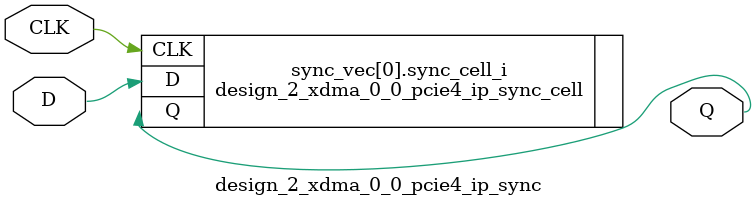
<source format=v>

`timescale 1ps / 1ps

(* DowngradeIPIdentifiedWarnings = "yes" *)
module design_2_xdma_0_0_pcie4_ip_sync #
(
    parameter integer WIDTH = 1, 
    parameter integer STAGE = 3
)
(
    //-------------------------------------------------------------------------- 
    //  Input Ports
    //-------------------------------------------------------------------------- 
    input                               CLK,
    input       [WIDTH-1:0]             D,
    
    //-------------------------------------------------------------------------- 
    //  Output Ports
    //-------------------------------------------------------------------------- 
    output      [WIDTH-1:0]             Q
);                                                        



//--------------------------------------------------------------------------------------------------
//  Generate Synchronizer - Begin
//--------------------------------------------------------------------------------------------------
genvar i;

generate for (i=0; i<WIDTH; i=i+1) 

    begin : sync_vec

    //----------------------------------------------------------------------
    //  Synchronizer
    //----------------------------------------------------------------------
    design_2_xdma_0_0_pcie4_ip_sync_cell #
    (
        .STAGE                          (STAGE)
    )    
    sync_cell_i
    (
        //------------------------------------------------------------------
        //  Input Ports
        //------------------------------------------------------------------
        .CLK                            (CLK),
        .D                              (D[i]),

        //------------------------------------------------------------------
        //  Output Ports
        //------------------------------------------------------------------
        .Q                              (Q[i])
    );
 
    end   
      
endgenerate 
//--------------------------------------------------------------------------------------------------
//  Generate - End
//--------------------------------------------------------------------------------------------------



endmodule

</source>
